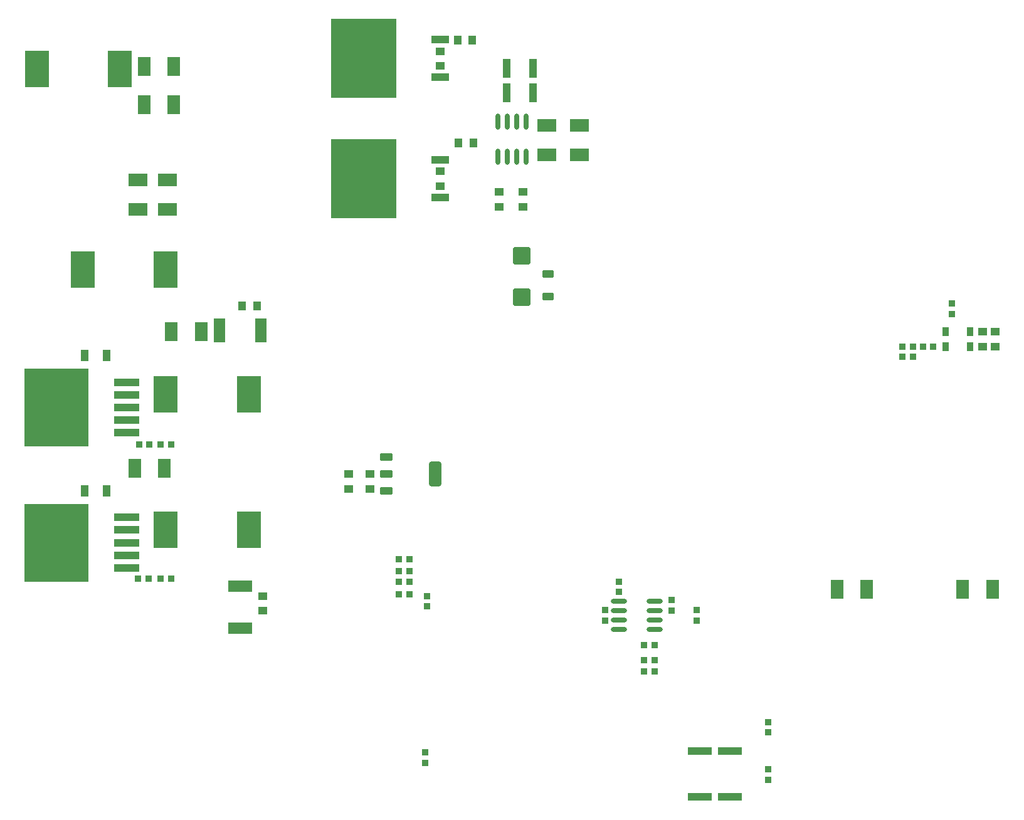
<source format=gbp>
G04*
G04 #@! TF.GenerationSoftware,Altium Limited,Altium Designer,21.6.1 (37)*
G04*
G04 Layer_Color=128*
%FSLAX42Y42*%
%MOMM*%
G71*
G04*
G04 #@! TF.SameCoordinates,FC63BEE2-DC1F-4C2A-9970-BC50A4DCA033*
G04*
G04*
G04 #@! TF.FilePolarity,Positive*
G04*
G01*
G75*
%ADD21R,0.85X0.85*%
%ADD23R,0.85X0.85*%
%ADD28O,0.60X2.20*%
G04:AMPARAMS|DCode=29|XSize=2.4mm|YSize=2.4mm|CornerRadius=0.3mm|HoleSize=0mm|Usage=FLASHONLY|Rotation=90.000|XOffset=0mm|YOffset=0mm|HoleType=Round|Shape=RoundedRectangle|*
%AMROUNDEDRECTD29*
21,1,2.40,1.80,0,0,90.0*
21,1,1.80,2.40,0,0,90.0*
1,1,0.60,0.90,0.90*
1,1,0.60,0.90,-0.90*
1,1,0.60,-0.90,-0.90*
1,1,0.60,-0.90,0.90*
%
%ADD29ROUNDEDRECTD29*%
G04:AMPARAMS|DCode=30|XSize=1mm|YSize=1.6mm|CornerRadius=0.25mm|HoleSize=0mm|Usage=FLASHONLY|Rotation=90.000|XOffset=0mm|YOffset=0mm|HoleType=Round|Shape=RoundedRectangle|*
%AMROUNDEDRECTD30*
21,1,1.00,1.10,0,0,90.0*
21,1,0.50,1.60,0,0,90.0*
1,1,0.50,0.55,0.25*
1,1,0.50,0.55,-0.25*
1,1,0.50,-0.55,-0.25*
1,1,0.50,-0.55,0.25*
%
%ADD30ROUNDEDRECTD30*%
%ADD31R,1.00X1.25*%
%ADD32O,2.20X0.60*%
%ADD35R,1.25X1.00*%
%ADD37R,1.00X1.60*%
%ADD43R,1.70X2.50*%
%ADD44R,0.91X1.22*%
%ADD46R,2.50X1.70*%
G04:AMPARAMS|DCode=150|XSize=1.05mm|YSize=1.75mm|CornerRadius=0.26mm|HoleSize=0mm|Usage=FLASHONLY|Rotation=90.000|XOffset=0mm|YOffset=0mm|HoleType=Round|Shape=RoundedRectangle|*
%AMROUNDEDRECTD150*
21,1,1.05,1.23,0,0,90.0*
21,1,0.53,1.75,0,0,90.0*
1,1,0.53,0.61,0.26*
1,1,0.53,0.61,-0.26*
1,1,0.53,-0.61,-0.26*
1,1,0.53,-0.61,0.26*
%
%ADD150ROUNDEDRECTD150*%
G04:AMPARAMS|DCode=151|XSize=1.05mm|YSize=1.75mm|CornerRadius=0.26mm|HoleSize=0mm|Usage=FLASHONLY|Rotation=90.000|XOffset=0mm|YOffset=0mm|HoleType=Round|Shape=RoundedRectangle|*
%AMROUNDEDRECTD151*
21,1,1.05,1.23,0,0,90.0*
21,1,0.53,1.75,0,0,90.0*
1,1,0.53,0.61,0.26*
1,1,0.53,0.61,-0.26*
1,1,0.53,-0.61,-0.26*
1,1,0.53,-0.61,0.26*
%
%ADD151ROUNDEDRECTD151*%
G04:AMPARAMS|DCode=152|XSize=3.4mm|YSize=1.75mm|CornerRadius=0.44mm|HoleSize=0mm|Usage=FLASHONLY|Rotation=90.000|XOffset=0mm|YOffset=0mm|HoleType=Round|Shape=RoundedRectangle|*
%AMROUNDEDRECTD152*
21,1,3.40,0.88,0,0,90.0*
21,1,2.53,1.75,0,0,90.0*
1,1,0.88,0.44,1.26*
1,1,0.88,0.44,-1.26*
1,1,0.88,-0.44,-1.26*
1,1,0.88,-0.44,1.26*
%
%ADD152ROUNDEDRECTD152*%
%ADD153R,3.20X5.00*%
%ADD154R,1.60X3.20*%
%ADD155R,3.20X1.60*%
%ADD156R,1.10X2.60*%
%ADD157R,2.40X1.05*%
%ADD158R,8.90X10.65*%
%ADD159R,3.30X1.00*%
%ADD160R,8.60X10.50*%
%ADD161R,3.50X1.10*%
D21*
X5367Y1720D02*
D03*
X5227D02*
D03*
X5367Y1880D02*
D03*
X5227D02*
D03*
X5367Y1570D02*
D03*
X5227D02*
D03*
X5367Y1400D02*
D03*
X5227D02*
D03*
X2148Y1612D02*
D03*
X2008D02*
D03*
X12300Y4750D02*
D03*
X12440D02*
D03*
X8680Y360D02*
D03*
X8540D02*
D03*
X2010Y3428D02*
D03*
X2150D02*
D03*
X1858D02*
D03*
X1717D02*
D03*
X1843Y1612D02*
D03*
X1703D02*
D03*
X8538Y512D02*
D03*
X8678D02*
D03*
X8540Y720D02*
D03*
X8680D02*
D03*
D23*
X5580Y-730D02*
D03*
Y-870D02*
D03*
X5608Y1242D02*
D03*
Y1382D02*
D03*
X8200Y1575D02*
D03*
Y1435D02*
D03*
X8010Y1050D02*
D03*
Y1190D02*
D03*
X8907Y1185D02*
D03*
Y1325D02*
D03*
X12020Y4750D02*
D03*
Y4610D02*
D03*
X12690Y5190D02*
D03*
Y5330D02*
D03*
X12170Y4610D02*
D03*
Y4750D02*
D03*
X10210Y-320D02*
D03*
Y-460D02*
D03*
Y-960D02*
D03*
Y-1100D02*
D03*
X9250Y1190D02*
D03*
Y1050D02*
D03*
D28*
X6940Y7310D02*
D03*
X6814D02*
D03*
X6686D02*
D03*
X6560D02*
D03*
X6940Y7790D02*
D03*
X6814D02*
D03*
X6686D02*
D03*
X6560D02*
D03*
D29*
X6888Y5417D02*
D03*
Y5977D02*
D03*
D30*
X7238Y5428D02*
D03*
Y5728D02*
D03*
D31*
X3310Y5300D02*
D03*
X3110D02*
D03*
X6220Y8890D02*
D03*
X6020D02*
D03*
X6230Y7500D02*
D03*
X6030D02*
D03*
D32*
X8678Y1313D02*
D03*
Y1186D02*
D03*
Y1059D02*
D03*
Y932D02*
D03*
X8197Y1313D02*
D03*
Y1186D02*
D03*
Y1059D02*
D03*
Y932D02*
D03*
D35*
X4840Y2830D02*
D03*
Y3030D02*
D03*
X4550Y2830D02*
D03*
Y3030D02*
D03*
X3390Y1180D02*
D03*
Y1380D02*
D03*
X13110Y4950D02*
D03*
Y4750D02*
D03*
X13280Y4950D02*
D03*
Y4750D02*
D03*
X6580Y6840D02*
D03*
Y6640D02*
D03*
X5780Y8540D02*
D03*
Y8740D02*
D03*
X6900Y6840D02*
D03*
Y6640D02*
D03*
X5780Y6920D02*
D03*
Y7120D02*
D03*
D37*
X980Y4628D02*
D03*
X1280D02*
D03*
Y2802D02*
D03*
X980D02*
D03*
D43*
X11140Y1470D02*
D03*
X11540D02*
D03*
X12840D02*
D03*
X13240D02*
D03*
X1790Y8020D02*
D03*
X2190D02*
D03*
X1790Y8530D02*
D03*
X2190D02*
D03*
X2555Y4950D02*
D03*
X2155D02*
D03*
X1660Y3108D02*
D03*
X2060D02*
D03*
D44*
X12610Y4750D02*
D03*
X12938D02*
D03*
X12610Y4950D02*
D03*
X12938D02*
D03*
D46*
X7660Y7340D02*
D03*
Y7740D02*
D03*
X1700Y6600D02*
D03*
Y7000D02*
D03*
X2100D02*
D03*
Y6600D02*
D03*
X7220Y7340D02*
D03*
Y7740D02*
D03*
D150*
X5060Y2800D02*
D03*
D151*
X5060Y3030D02*
D03*
Y3260D02*
D03*
D152*
X5720Y3030D02*
D03*
D153*
X3200Y2273D02*
D03*
X2080D02*
D03*
X960Y5790D02*
D03*
X2080D02*
D03*
X340Y8500D02*
D03*
X1460D02*
D03*
X2080Y4108D02*
D03*
X3200D02*
D03*
D154*
X3365Y4965D02*
D03*
X2805D02*
D03*
D155*
X3080Y1510D02*
D03*
Y950D02*
D03*
D156*
X7035Y8180D02*
D03*
X6685D02*
D03*
X7035Y8510D02*
D03*
X6685D02*
D03*
D157*
X5785Y8894D02*
D03*
Y8386D02*
D03*
Y7274D02*
D03*
Y6766D02*
D03*
D158*
X4750Y8640D02*
D03*
Y7020D02*
D03*
D159*
X9290Y-710D02*
D03*
Y-1330D02*
D03*
X9700Y-710D02*
D03*
Y-1330D02*
D03*
D160*
X600Y3928D02*
D03*
Y2102D02*
D03*
D161*
X1555Y3588D02*
D03*
Y3758D02*
D03*
Y3928D02*
D03*
Y4097D02*
D03*
Y4267D02*
D03*
Y1762D02*
D03*
Y1933D02*
D03*
Y2102D02*
D03*
Y2273D02*
D03*
Y2442D02*
D03*
M02*

</source>
